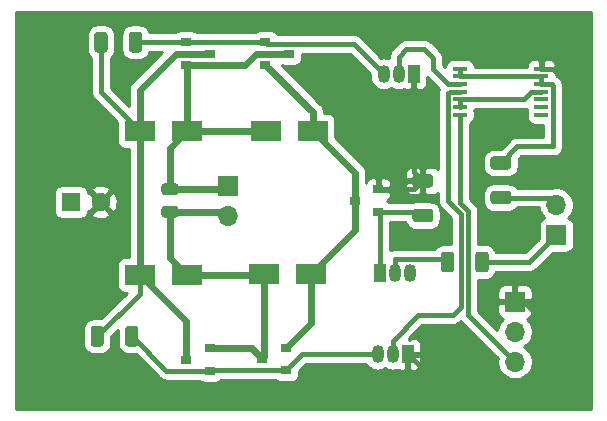
<source format=gbr>
%TF.GenerationSoftware,KiCad,Pcbnew,5.1.7-a382d34a8~87~ubuntu20.04.1*%
%TF.CreationDate,2020-10-25T18:28:44+01:00*%
%TF.ProjectId,H_Bridge,485f4272-6964-4676-952e-6b696361645f,rev?*%
%TF.SameCoordinates,Original*%
%TF.FileFunction,Copper,L1,Top*%
%TF.FilePolarity,Positive*%
%FSLAX46Y46*%
G04 Gerber Fmt 4.6, Leading zero omitted, Abs format (unit mm)*
G04 Created by KiCad (PCBNEW 5.1.7-a382d34a8~87~ubuntu20.04.1) date 2020-10-25 18:28:44*
%MOMM*%
%LPD*%
G01*
G04 APERTURE LIST*
%TA.AperFunction,ComponentPad*%
%ADD10O,1.700000X1.700000*%
%TD*%
%TA.AperFunction,ComponentPad*%
%ADD11R,1.700000X1.700000*%
%TD*%
%TA.AperFunction,ComponentPad*%
%ADD12C,1.600000*%
%TD*%
%TA.AperFunction,ComponentPad*%
%ADD13R,1.600000X1.600000*%
%TD*%
%TA.AperFunction,SMDPad,CuDef*%
%ADD14R,1.200000X0.400000*%
%TD*%
%TA.AperFunction,ComponentPad*%
%ADD15R,1.050000X1.500000*%
%TD*%
%TA.AperFunction,ComponentPad*%
%ADD16O,1.050000X1.500000*%
%TD*%
%TA.AperFunction,SMDPad,CuDef*%
%ADD17R,0.900000X0.800000*%
%TD*%
%TA.AperFunction,SMDPad,CuDef*%
%ADD18R,2.500000X1.800000*%
%TD*%
%TA.AperFunction,Conductor*%
%ADD19C,0.400000*%
%TD*%
%TA.AperFunction,Conductor*%
%ADD20C,0.600000*%
%TD*%
%TA.AperFunction,Conductor*%
%ADD21C,0.250000*%
%TD*%
%TA.AperFunction,Conductor*%
%ADD22C,0.254000*%
%TD*%
%TA.AperFunction,Conductor*%
%ADD23C,0.100000*%
%TD*%
G04 APERTURE END LIST*
D10*
%TO.P,J2,2*%
%TO.N,Dir*%
X176403000Y-97028000D03*
D11*
%TO.P,J2,1*%
%TO.N,En*%
X176403000Y-99568000D03*
%TD*%
D10*
%TO.P,J4,3*%
%TO.N,+5V*%
X172910500Y-110299500D03*
%TO.P,J4,2*%
%TO.N,+12V*%
X172910500Y-107759500D03*
D11*
%TO.P,J4,1*%
%TO.N,GND*%
X172910500Y-105219500D03*
%TD*%
D10*
%TO.P,J1,2*%
%TO.N,Net-(C2-Pad1)*%
X148590000Y-97917000D03*
D11*
%TO.P,J1,1*%
%TO.N,Net-(C2-Pad2)*%
X148590000Y-95377000D03*
%TD*%
%TO.P,C2,2*%
%TO.N,Net-(C2-Pad2)*%
%TA.AperFunction,SMDPad,CuDef*%
G36*
G01*
X144175500Y-96199500D02*
X143225500Y-96199500D01*
G75*
G02*
X142975500Y-95949500I0J250000D01*
G01*
X142975500Y-95449500D01*
G75*
G02*
X143225500Y-95199500I250000J0D01*
G01*
X144175500Y-95199500D01*
G75*
G02*
X144425500Y-95449500I0J-250000D01*
G01*
X144425500Y-95949500D01*
G75*
G02*
X144175500Y-96199500I-250000J0D01*
G01*
G37*
%TD.AperFunction*%
%TO.P,C2,1*%
%TO.N,Net-(C2-Pad1)*%
%TA.AperFunction,SMDPad,CuDef*%
G36*
G01*
X144175500Y-98099500D02*
X143225500Y-98099500D01*
G75*
G02*
X142975500Y-97849500I0J250000D01*
G01*
X142975500Y-97349500D01*
G75*
G02*
X143225500Y-97099500I250000J0D01*
G01*
X144175500Y-97099500D01*
G75*
G02*
X144425500Y-97349500I0J-250000D01*
G01*
X144425500Y-97849500D01*
G75*
G02*
X144175500Y-98099500I-250000J0D01*
G01*
G37*
%TD.AperFunction*%
%TD*%
D12*
%TO.P,C1,2*%
%TO.N,GND*%
X137818500Y-96774000D03*
D13*
%TO.P,C1,1*%
%TO.N,+12V*%
X135318500Y-96774000D03*
%TD*%
%TO.P,R5,2*%
%TO.N,Net-(J3-Pad5)*%
%TA.AperFunction,SMDPad,CuDef*%
G36*
G01*
X172329001Y-94032500D02*
X171078999Y-94032500D01*
G75*
G02*
X170829000Y-93782501I0J249999D01*
G01*
X170829000Y-93157499D01*
G75*
G02*
X171078999Y-92907500I249999J0D01*
G01*
X172329001Y-92907500D01*
G75*
G02*
X172579000Y-93157499I0J-249999D01*
G01*
X172579000Y-93782501D01*
G75*
G02*
X172329001Y-94032500I-249999J0D01*
G01*
G37*
%TD.AperFunction*%
%TO.P,R5,1*%
%TO.N,Dir*%
%TA.AperFunction,SMDPad,CuDef*%
G36*
G01*
X172329001Y-96957500D02*
X171078999Y-96957500D01*
G75*
G02*
X170829000Y-96707501I0J249999D01*
G01*
X170829000Y-96082499D01*
G75*
G02*
X171078999Y-95832500I249999J0D01*
G01*
X172329001Y-95832500D01*
G75*
G02*
X172579000Y-96082499I0J-249999D01*
G01*
X172579000Y-96707501D01*
G75*
G02*
X172329001Y-96957500I-249999J0D01*
G01*
G37*
%TD.AperFunction*%
%TD*%
D14*
%TO.P,J3,14*%
%TO.N,+5V*%
X168254000Y-89389500D03*
%TO.P,J3,13*%
%TO.N,Net-(J3-Pad12)*%
X168254000Y-88739500D03*
%TO.P,J3,12*%
X168254000Y-88089500D03*
%TO.P,J3,11*%
%TO.N,Gate2*%
X168254000Y-87439500D03*
%TO.P,J3,10*%
%TO.N,Gate1*%
X168254000Y-86789500D03*
%TO.P,J3,9*%
%TO.N,Net-(J3-Pad5)*%
X168254000Y-86139500D03*
%TO.P,J3,8*%
X168254000Y-85489500D03*
%TO.P,J3,7*%
%TO.N,GND*%
X175154000Y-85489500D03*
%TO.P,J3,6*%
%TO.N,Net-(J3-Pad5)*%
X175154000Y-86139500D03*
%TO.P,J3,5*%
X175154000Y-86789500D03*
%TO.P,J3,4*%
%TO.N,Net-(J3-Pad12)*%
X175154000Y-87439500D03*
%TO.P,J3,3*%
%TO.N,Net-(J3-Pad3)*%
X175154000Y-88089500D03*
%TO.P,J3,2*%
%TO.N,Net-(J3-Pad2)*%
X175154000Y-88739500D03*
%TO.P,J3,1*%
%TO.N,Net-(J3-Pad1)*%
X175154000Y-89389500D03*
%TD*%
%TO.P,R4,2*%
%TO.N,GND*%
%TA.AperFunction,SMDPad,CuDef*%
G36*
G01*
X165725001Y-95556500D02*
X164474999Y-95556500D01*
G75*
G02*
X164225000Y-95306501I0J249999D01*
G01*
X164225000Y-94681499D01*
G75*
G02*
X164474999Y-94431500I249999J0D01*
G01*
X165725001Y-94431500D01*
G75*
G02*
X165975000Y-94681499I0J-249999D01*
G01*
X165975000Y-95306501D01*
G75*
G02*
X165725001Y-95556500I-249999J0D01*
G01*
G37*
%TD.AperFunction*%
%TO.P,R4,1*%
%TO.N,Net-(Q5-Pad1)*%
%TA.AperFunction,SMDPad,CuDef*%
G36*
G01*
X165725001Y-98481500D02*
X164474999Y-98481500D01*
G75*
G02*
X164225000Y-98231501I0J249999D01*
G01*
X164225000Y-97606499D01*
G75*
G02*
X164474999Y-97356500I249999J0D01*
G01*
X165725001Y-97356500D01*
G75*
G02*
X165975000Y-97606499I0J-249999D01*
G01*
X165975000Y-98231501D01*
G75*
G02*
X165725001Y-98481500I-249999J0D01*
G01*
G37*
%TD.AperFunction*%
%TD*%
%TO.P,R3,2*%
%TO.N,Net-(Q8-Pad2)*%
%TA.AperFunction,SMDPad,CuDef*%
G36*
G01*
X167758000Y-101228999D02*
X167758000Y-102479001D01*
G75*
G02*
X167508001Y-102729000I-249999J0D01*
G01*
X166882999Y-102729000D01*
G75*
G02*
X166633000Y-102479001I0J249999D01*
G01*
X166633000Y-101228999D01*
G75*
G02*
X166882999Y-100979000I249999J0D01*
G01*
X167508001Y-100979000D01*
G75*
G02*
X167758000Y-101228999I0J-249999D01*
G01*
G37*
%TD.AperFunction*%
%TO.P,R3,1*%
%TO.N,En*%
%TA.AperFunction,SMDPad,CuDef*%
G36*
G01*
X170683000Y-101228999D02*
X170683000Y-102479001D01*
G75*
G02*
X170433001Y-102729000I-249999J0D01*
G01*
X169807999Y-102729000D01*
G75*
G02*
X169558000Y-102479001I0J249999D01*
G01*
X169558000Y-101228999D01*
G75*
G02*
X169807999Y-100979000I249999J0D01*
G01*
X170433001Y-100979000D01*
G75*
G02*
X170683000Y-101228999I0J-249999D01*
G01*
G37*
%TD.AperFunction*%
%TD*%
%TO.P,R2,2*%
%TO.N,Net-(Q3-Pad1)*%
%TA.AperFunction,SMDPad,CuDef*%
G36*
G01*
X139901500Y-108765501D02*
X139901500Y-107515499D01*
G75*
G02*
X140151499Y-107265500I249999J0D01*
G01*
X140776501Y-107265500D01*
G75*
G02*
X141026500Y-107515499I0J-249999D01*
G01*
X141026500Y-108765501D01*
G75*
G02*
X140776501Y-109015500I-249999J0D01*
G01*
X140151499Y-109015500D01*
G75*
G02*
X139901500Y-108765501I0J249999D01*
G01*
G37*
%TD.AperFunction*%
%TO.P,R2,1*%
%TO.N,+12V*%
%TA.AperFunction,SMDPad,CuDef*%
G36*
G01*
X136976500Y-108765501D02*
X136976500Y-107515499D01*
G75*
G02*
X137226499Y-107265500I249999J0D01*
G01*
X137851501Y-107265500D01*
G75*
G02*
X138101500Y-107515499I0J-249999D01*
G01*
X138101500Y-108765501D01*
G75*
G02*
X137851501Y-109015500I-249999J0D01*
G01*
X137226499Y-109015500D01*
G75*
G02*
X136976500Y-108765501I0J249999D01*
G01*
G37*
%TD.AperFunction*%
%TD*%
%TO.P,R1,2*%
%TO.N,Net-(Q1-Pad1)*%
%TA.AperFunction,SMDPad,CuDef*%
G36*
G01*
X140219000Y-83873501D02*
X140219000Y-82623499D01*
G75*
G02*
X140468999Y-82373500I249999J0D01*
G01*
X141094001Y-82373500D01*
G75*
G02*
X141344000Y-82623499I0J-249999D01*
G01*
X141344000Y-83873501D01*
G75*
G02*
X141094001Y-84123500I-249999J0D01*
G01*
X140468999Y-84123500D01*
G75*
G02*
X140219000Y-83873501I0J249999D01*
G01*
G37*
%TD.AperFunction*%
%TO.P,R1,1*%
%TO.N,+12V*%
%TA.AperFunction,SMDPad,CuDef*%
G36*
G01*
X137294000Y-83873501D02*
X137294000Y-82623499D01*
G75*
G02*
X137543999Y-82373500I249999J0D01*
G01*
X138169001Y-82373500D01*
G75*
G02*
X138419000Y-82623499I0J-249999D01*
G01*
X138419000Y-83873501D01*
G75*
G02*
X138169001Y-84123500I-249999J0D01*
G01*
X137543999Y-84123500D01*
G75*
G02*
X137294000Y-83873501I0J249999D01*
G01*
G37*
%TD.AperFunction*%
%TD*%
D15*
%TO.P,Q8,1*%
%TO.N,Net-(Q5-Pad1)*%
X161480500Y-102743000D03*
D16*
%TO.P,Q8,3*%
%TO.N,+12V*%
X164020500Y-102743000D03*
%TO.P,Q8,2*%
%TO.N,Net-(Q8-Pad2)*%
X162750500Y-102743000D03*
%TD*%
D15*
%TO.P,Q7,1*%
%TO.N,GND*%
X163830000Y-109664500D03*
D16*
%TO.P,Q7,3*%
%TO.N,Net-(Q3-Pad1)*%
X161290000Y-109664500D03*
%TO.P,Q7,2*%
%TO.N,Gate2*%
X162560000Y-109664500D03*
%TD*%
D15*
%TO.P,Q6,1*%
%TO.N,GND*%
X164338000Y-85915500D03*
D16*
%TO.P,Q6,3*%
%TO.N,Net-(Q1-Pad1)*%
X161798000Y-85915500D03*
%TO.P,Q6,2*%
%TO.N,Gate1*%
X163068000Y-85915500D03*
%TD*%
D17*
%TO.P,Q5,3*%
%TO.N,Net-(D2-Pad2)*%
X159337500Y-96647000D03*
%TO.P,Q5,2*%
%TO.N,GND*%
X161337500Y-95697000D03*
%TO.P,Q5,1*%
%TO.N,Net-(Q5-Pad1)*%
X161337500Y-97597000D03*
%TD*%
%TO.P,Q4,3*%
%TO.N,Net-(C2-Pad1)*%
X151527000Y-110045500D03*
%TO.P,Q4,2*%
%TO.N,Net-(D2-Pad2)*%
X153527000Y-109095500D03*
%TO.P,Q4,1*%
%TO.N,Net-(Q3-Pad1)*%
X153527000Y-110995500D03*
%TD*%
%TO.P,Q3,3*%
%TO.N,+12V*%
X145066000Y-110111500D03*
%TO.P,Q3,2*%
%TO.N,Net-(C2-Pad1)*%
X147066000Y-109161500D03*
%TO.P,Q3,1*%
%TO.N,Net-(Q3-Pad1)*%
X147066000Y-111061500D03*
%TD*%
%TO.P,Q2,3*%
%TO.N,Net-(C2-Pad2)*%
X153781000Y-84201000D03*
%TO.P,Q2,2*%
%TO.N,Net-(D2-Pad2)*%
X151781000Y-85151000D03*
%TO.P,Q2,1*%
%TO.N,Net-(Q1-Pad1)*%
X151781000Y-83251000D03*
%TD*%
%TO.P,Q1,3*%
%TO.N,+12V*%
X147050000Y-84201000D03*
%TO.P,Q1,2*%
%TO.N,Net-(C2-Pad2)*%
X145050000Y-85151000D03*
%TO.P,Q1,1*%
%TO.N,Net-(Q1-Pad1)*%
X145050000Y-83251000D03*
%TD*%
D18*
%TO.P,D4,2*%
%TO.N,Net-(D2-Pad2)*%
X155638500Y-102870000D03*
%TO.P,D4,1*%
%TO.N,Net-(C2-Pad1)*%
X151638500Y-102870000D03*
%TD*%
%TO.P,D3,2*%
%TO.N,Net-(C2-Pad1)*%
X145129000Y-102933500D03*
%TO.P,D3,1*%
%TO.N,+12V*%
X141129000Y-102933500D03*
%TD*%
%TO.P,D2,2*%
%TO.N,Net-(D2-Pad2)*%
X155797000Y-90741500D03*
%TO.P,D2,1*%
%TO.N,Net-(C2-Pad2)*%
X151797000Y-90741500D03*
%TD*%
%TO.P,D1,2*%
%TO.N,Net-(C2-Pad2)*%
X145129000Y-90741500D03*
%TO.P,D1,1*%
%TO.N,+12V*%
X141129000Y-90741500D03*
%TD*%
D19*
%TO.N,GND*%
X164397000Y-95697000D02*
X165100000Y-94994000D01*
X161337500Y-95697000D02*
X164397000Y-95697000D01*
X164338000Y-94232000D02*
X165100000Y-94994000D01*
X164338000Y-85915500D02*
X164338000Y-94232000D01*
X172910500Y-105219500D02*
X173672500Y-105219500D01*
X173672500Y-105219500D02*
X175577500Y-107124500D01*
X175577500Y-109482502D02*
X175641000Y-109546002D01*
X175577500Y-107124500D02*
X175577500Y-109482502D01*
X175641000Y-109546002D02*
X175641000Y-110617000D01*
X175641000Y-110617000D02*
X173545500Y-112712500D01*
X166878000Y-112712500D02*
X163830000Y-109664500D01*
X173545500Y-112712500D02*
X166878000Y-112712500D01*
X178435000Y-104267000D02*
X175577500Y-107124500D01*
X178435000Y-87770500D02*
X178435000Y-104267000D01*
X176154000Y-85489500D02*
X178435000Y-87770500D01*
X175154000Y-85489500D02*
X176154000Y-85489500D01*
%TO.N,+12V*%
X141129000Y-104550500D02*
X137539000Y-108140500D01*
X141129000Y-102933500D02*
X141129000Y-104550500D01*
X137856500Y-87469000D02*
X141129000Y-90741500D01*
X137856500Y-83248500D02*
X137856500Y-87469000D01*
D20*
X141129000Y-90741500D02*
X141129000Y-102933500D01*
X141129000Y-102933500D02*
X142986250Y-104790750D01*
D19*
X145066000Y-106870500D02*
X142986250Y-104790750D01*
D20*
X145066000Y-106870500D02*
X141129000Y-102933500D01*
X145066000Y-110111500D02*
X145066000Y-106870500D01*
X141129000Y-87321998D02*
X141129000Y-90741500D01*
X144249998Y-84201000D02*
X141129000Y-87321998D01*
X147050000Y-84201000D02*
X144249998Y-84201000D01*
D19*
%TO.N,Net-(C2-Pad2)*%
X145113500Y-90726000D02*
X145129000Y-90741500D01*
X145097500Y-90773000D02*
X145129000Y-90741500D01*
D20*
X143700500Y-92170000D02*
X145129000Y-90741500D01*
X143700500Y-95699500D02*
X143700500Y-92170000D01*
X148267500Y-95699500D02*
X148590000Y-95377000D01*
X143700500Y-95699500D02*
X148267500Y-95699500D01*
X145129000Y-90741500D02*
X151797000Y-90741500D01*
X145129000Y-85230000D02*
X145050000Y-85151000D01*
X145129000Y-90741500D02*
X145129000Y-85230000D01*
X150980998Y-84201000D02*
X153781000Y-84201000D01*
X150030998Y-85151000D02*
X150980998Y-84201000D01*
X145050000Y-85151000D02*
X150030998Y-85151000D01*
%TO.N,Net-(C2-Pad1)*%
X148272500Y-97599500D02*
X148590000Y-97917000D01*
X143700500Y-97599500D02*
X148272500Y-97599500D01*
X143700500Y-101505000D02*
X145129000Y-102933500D01*
X143700500Y-97599500D02*
X143700500Y-101505000D01*
X151575000Y-102933500D02*
X151638500Y-102870000D01*
X145129000Y-102933500D02*
X151575000Y-102933500D01*
X151638500Y-109934000D02*
X151527000Y-110045500D01*
X151638500Y-102870000D02*
X151638500Y-109934000D01*
X150643000Y-109161500D02*
X151527000Y-110045500D01*
X147066000Y-109161500D02*
X150643000Y-109161500D01*
%TO.N,Net-(D2-Pad2)*%
X155797000Y-89167000D02*
X151781000Y-85151000D01*
X155797000Y-90741500D02*
X155797000Y-89167000D01*
X155638500Y-106984000D02*
X153527000Y-109095500D01*
X155638500Y-102870000D02*
X155638500Y-106984000D01*
X159337500Y-94282000D02*
X155797000Y-90741500D01*
X159337500Y-96647000D02*
X159337500Y-94282000D01*
X159337500Y-99171000D02*
X155638500Y-102870000D01*
X159337500Y-96647000D02*
X159337500Y-99171000D01*
X155797000Y-102711500D02*
X155638500Y-102870000D01*
D19*
%TO.N,Dir*%
X175770000Y-96395000D02*
X176403000Y-97028000D01*
X171704000Y-96395000D02*
X175770000Y-96395000D01*
%TO.N,En*%
X174117000Y-101854000D02*
X176403000Y-99568000D01*
X170309000Y-101854000D02*
X174117000Y-101854000D01*
D21*
%TO.N,Net-(Q1-Pad1)*%
X145619000Y-83248500D02*
X145621500Y-83251000D01*
D19*
X145791000Y-83248500D02*
X145796000Y-83253500D01*
X151781000Y-83251000D02*
X145050000Y-83251000D01*
X140784000Y-83251000D02*
X140781500Y-83248500D01*
X145050000Y-83251000D02*
X140784000Y-83251000D01*
X151930999Y-83400999D02*
X151781000Y-83251000D01*
X159283499Y-83400999D02*
X151930999Y-83400999D01*
X161798000Y-85915500D02*
X159283499Y-83400999D01*
%TO.N,Net-(Q3-Pad1)*%
X147132000Y-110995500D02*
X147066000Y-111061500D01*
X153527000Y-110995500D02*
X147132000Y-110995500D01*
X143385000Y-111061500D02*
X140464000Y-108140500D01*
X147066000Y-111061500D02*
X143385000Y-111061500D01*
X154858000Y-109664500D02*
X153527000Y-110995500D01*
X161290000Y-109664500D02*
X154858000Y-109664500D01*
%TO.N,Net-(Q5-Pad1)*%
X161480500Y-97740000D02*
X161337500Y-97597000D01*
X161480500Y-102743000D02*
X161480500Y-97740000D01*
X164778000Y-97597000D02*
X165100000Y-97919000D01*
X161337500Y-97597000D02*
X164778000Y-97597000D01*
%TO.N,Gate1*%
X167254000Y-86789500D02*
X165989000Y-85524500D01*
X168254000Y-86789500D02*
X167254000Y-86789500D01*
X165989000Y-85524500D02*
X165989000Y-84582000D01*
X165989000Y-84582000D02*
X165227000Y-83820000D01*
X165227000Y-83820000D02*
X163703000Y-83820000D01*
X163068000Y-84455000D02*
X163068000Y-85915500D01*
X163703000Y-83820000D02*
X163068000Y-84455000D01*
%TO.N,Gate2*%
X167253999Y-87569499D02*
X167383998Y-87439500D01*
X167383998Y-87439500D02*
X168254000Y-87439500D01*
X167253999Y-96705499D02*
X167253999Y-87569499D01*
X164712000Y-106362500D02*
X167640000Y-106362500D01*
X162560000Y-108514500D02*
X164712000Y-106362500D01*
X162560000Y-109664500D02*
X162560000Y-108514500D01*
X168346510Y-97798010D02*
X167253999Y-96705499D01*
X168346510Y-105655990D02*
X168346510Y-97798010D01*
X167640000Y-106362500D02*
X168346510Y-105655990D01*
%TO.N,Net-(Q8-Pad2)*%
X167322500Y-101915500D02*
X167384000Y-101854000D01*
X162750510Y-101592990D02*
X166932490Y-101592990D01*
X162750500Y-101593000D02*
X162750510Y-101592990D01*
X162750500Y-102743000D02*
X162750500Y-101593000D01*
%TO.N,+5V*%
X168973500Y-97576458D02*
X168973500Y-106362500D01*
X168973500Y-106362500D02*
X171132500Y-108521500D01*
X168254000Y-96856958D02*
X168973500Y-97576458D01*
X171132500Y-108521500D02*
X172910500Y-110299500D01*
X168254000Y-89389500D02*
X168254000Y-96856958D01*
%TO.N,Net-(J3-Pad12)*%
X168254000Y-88089500D02*
X168254000Y-88739500D01*
X174283998Y-87439500D02*
X175154000Y-87439500D01*
X173633998Y-88089500D02*
X174283998Y-87439500D01*
X168254000Y-88089500D02*
X173633998Y-88089500D01*
%TO.N,Net-(J3-Pad5)*%
X168254000Y-85489500D02*
X168254000Y-86139500D01*
X168254000Y-86139500D02*
X175154000Y-86139500D01*
X175154000Y-86139500D02*
X175154000Y-86789500D01*
X176154001Y-86919499D02*
X176154001Y-92071999D01*
X176024002Y-86789500D02*
X176154001Y-86919499D01*
X175154000Y-86789500D02*
X176024002Y-86789500D01*
X173102001Y-92071999D02*
X171704000Y-93470000D01*
X176154001Y-92071999D02*
X173102001Y-92071999D01*
%TD*%
D22*
%TO.N,GND*%
X179340001Y-114340000D02*
X130660000Y-114340000D01*
X130660000Y-107515499D01*
X136338428Y-107515499D01*
X136338428Y-108765501D01*
X136355492Y-108938755D01*
X136406028Y-109105351D01*
X136488095Y-109258887D01*
X136598538Y-109393462D01*
X136733113Y-109503905D01*
X136886649Y-109585972D01*
X137053245Y-109636508D01*
X137226499Y-109653572D01*
X137851501Y-109653572D01*
X138024755Y-109636508D01*
X138191351Y-109585972D01*
X138344887Y-109503905D01*
X138479462Y-109393462D01*
X138589905Y-109258887D01*
X138671972Y-109105351D01*
X138722508Y-108938755D01*
X138739572Y-108765501D01*
X138739572Y-108120795D01*
X139263428Y-107596940D01*
X139263428Y-108765501D01*
X139280492Y-108938755D01*
X139331028Y-109105351D01*
X139413095Y-109258887D01*
X139523538Y-109393462D01*
X139658113Y-109503905D01*
X139811649Y-109585972D01*
X139978245Y-109636508D01*
X140151499Y-109653572D01*
X140776501Y-109653572D01*
X140794438Y-109651805D01*
X142765563Y-111622932D01*
X142791709Y-111654791D01*
X142823568Y-111680937D01*
X142823570Y-111680939D01*
X142918854Y-111759136D01*
X143063913Y-111836672D01*
X143221311Y-111884418D01*
X143385000Y-111900540D01*
X143426018Y-111896500D01*
X146151532Y-111896500D01*
X146164815Y-111912685D01*
X146261506Y-111992037D01*
X146371820Y-112051002D01*
X146491518Y-112087312D01*
X146616000Y-112099572D01*
X147516000Y-112099572D01*
X147640482Y-112087312D01*
X147760180Y-112051002D01*
X147870494Y-111992037D01*
X147967185Y-111912685D01*
X148034632Y-111830500D01*
X152612532Y-111830500D01*
X152625815Y-111846685D01*
X152722506Y-111926037D01*
X152832820Y-111985002D01*
X152952518Y-112021312D01*
X153077000Y-112033572D01*
X153977000Y-112033572D01*
X154101482Y-112021312D01*
X154221180Y-111985002D01*
X154331494Y-111926037D01*
X154428185Y-111846685D01*
X154507537Y-111749994D01*
X154566502Y-111639680D01*
X154602812Y-111519982D01*
X154615072Y-111395500D01*
X154615072Y-111088295D01*
X155203868Y-110499500D01*
X160300743Y-110499500D01*
X160320829Y-110537078D01*
X160465788Y-110713712D01*
X160642421Y-110858671D01*
X160843940Y-110966385D01*
X161062600Y-111032715D01*
X161290000Y-111055112D01*
X161517399Y-111032715D01*
X161736059Y-110966385D01*
X161925000Y-110865394D01*
X162113940Y-110966385D01*
X162332600Y-111032715D01*
X162560000Y-111055112D01*
X162787399Y-111032715D01*
X162996098Y-110969407D01*
X163060820Y-111004002D01*
X163180518Y-111040312D01*
X163305000Y-111052572D01*
X163544250Y-111049500D01*
X163703000Y-110890750D01*
X163703000Y-110117609D01*
X163703215Y-110116900D01*
X163720000Y-109946479D01*
X163720000Y-109791500D01*
X163957000Y-109791500D01*
X163957000Y-110890750D01*
X164115750Y-111049500D01*
X164355000Y-111052572D01*
X164479482Y-111040312D01*
X164599180Y-111004002D01*
X164709494Y-110945037D01*
X164806185Y-110865685D01*
X164885537Y-110768994D01*
X164944502Y-110658680D01*
X164980812Y-110538982D01*
X164993072Y-110414500D01*
X164990000Y-109950250D01*
X164831250Y-109791500D01*
X163957000Y-109791500D01*
X163720000Y-109791500D01*
X163720000Y-109517500D01*
X163957000Y-109517500D01*
X163957000Y-109537500D01*
X164831250Y-109537500D01*
X164990000Y-109378750D01*
X164993072Y-108914500D01*
X164980812Y-108790018D01*
X164944502Y-108670320D01*
X164885537Y-108560006D01*
X164806185Y-108463315D01*
X164709494Y-108383963D01*
X164599180Y-108324998D01*
X164479482Y-108288688D01*
X164355000Y-108276428D01*
X164115750Y-108279500D01*
X163957002Y-108438248D01*
X163957002Y-108298366D01*
X165057869Y-107197500D01*
X167598982Y-107197500D01*
X167640000Y-107201540D01*
X167681018Y-107197500D01*
X167681019Y-107197500D01*
X167803689Y-107185418D01*
X167961087Y-107137672D01*
X168106146Y-107060136D01*
X168233291Y-106955791D01*
X168259446Y-106923922D01*
X168311410Y-106871957D01*
X168380210Y-106955791D01*
X168412074Y-106981941D01*
X170571070Y-109140938D01*
X170571075Y-109140942D01*
X171451693Y-110021561D01*
X171425500Y-110153240D01*
X171425500Y-110445760D01*
X171482568Y-110732658D01*
X171594510Y-111002911D01*
X171757025Y-111246132D01*
X171963868Y-111452975D01*
X172207089Y-111615490D01*
X172477342Y-111727432D01*
X172764240Y-111784500D01*
X173056760Y-111784500D01*
X173343658Y-111727432D01*
X173613911Y-111615490D01*
X173857132Y-111452975D01*
X174063975Y-111246132D01*
X174226490Y-111002911D01*
X174338432Y-110732658D01*
X174395500Y-110445760D01*
X174395500Y-110153240D01*
X174338432Y-109866342D01*
X174226490Y-109596089D01*
X174063975Y-109352868D01*
X173857132Y-109146025D01*
X173682740Y-109029500D01*
X173857132Y-108912975D01*
X174063975Y-108706132D01*
X174226490Y-108462911D01*
X174338432Y-108192658D01*
X174395500Y-107905760D01*
X174395500Y-107613240D01*
X174338432Y-107326342D01*
X174226490Y-107056089D01*
X174063975Y-106812868D01*
X173932120Y-106681013D01*
X174004680Y-106659002D01*
X174114994Y-106600037D01*
X174211685Y-106520685D01*
X174291037Y-106423994D01*
X174350002Y-106313680D01*
X174386312Y-106193982D01*
X174398572Y-106069500D01*
X174395500Y-105505250D01*
X174236750Y-105346500D01*
X173037500Y-105346500D01*
X173037500Y-105366500D01*
X172783500Y-105366500D01*
X172783500Y-105346500D01*
X171584250Y-105346500D01*
X171425500Y-105505250D01*
X171422428Y-106069500D01*
X171434688Y-106193982D01*
X171470998Y-106313680D01*
X171529963Y-106423994D01*
X171609315Y-106520685D01*
X171706006Y-106600037D01*
X171816320Y-106659002D01*
X171888880Y-106681013D01*
X171757025Y-106812868D01*
X171594510Y-107056089D01*
X171482568Y-107326342D01*
X171425500Y-107613240D01*
X171425500Y-107633632D01*
X169808500Y-106016633D01*
X169808500Y-104369500D01*
X171422428Y-104369500D01*
X171425500Y-104933750D01*
X171584250Y-105092500D01*
X172783500Y-105092500D01*
X172783500Y-103893250D01*
X173037500Y-103893250D01*
X173037500Y-105092500D01*
X174236750Y-105092500D01*
X174395500Y-104933750D01*
X174398572Y-104369500D01*
X174386312Y-104245018D01*
X174350002Y-104125320D01*
X174291037Y-104015006D01*
X174211685Y-103918315D01*
X174114994Y-103838963D01*
X174004680Y-103779998D01*
X173884982Y-103743688D01*
X173760500Y-103731428D01*
X173196250Y-103734500D01*
X173037500Y-103893250D01*
X172783500Y-103893250D01*
X172624750Y-103734500D01*
X172060500Y-103731428D01*
X171936018Y-103743688D01*
X171816320Y-103779998D01*
X171706006Y-103838963D01*
X171609315Y-103918315D01*
X171529963Y-104015006D01*
X171470998Y-104125320D01*
X171434688Y-104245018D01*
X171422428Y-104369500D01*
X169808500Y-104369500D01*
X169808500Y-103367072D01*
X170433001Y-103367072D01*
X170606255Y-103350008D01*
X170772851Y-103299472D01*
X170926387Y-103217405D01*
X171060962Y-103106962D01*
X171171405Y-102972387D01*
X171253472Y-102818851D01*
X171292862Y-102689000D01*
X174075982Y-102689000D01*
X174117000Y-102693040D01*
X174158018Y-102689000D01*
X174158019Y-102689000D01*
X174280689Y-102676918D01*
X174438087Y-102629172D01*
X174583146Y-102551636D01*
X174710291Y-102447291D01*
X174736446Y-102415421D01*
X176095796Y-101056072D01*
X177253000Y-101056072D01*
X177377482Y-101043812D01*
X177497180Y-101007502D01*
X177607494Y-100948537D01*
X177704185Y-100869185D01*
X177783537Y-100772494D01*
X177842502Y-100662180D01*
X177878812Y-100542482D01*
X177891072Y-100418000D01*
X177891072Y-98718000D01*
X177878812Y-98593518D01*
X177842502Y-98473820D01*
X177783537Y-98363506D01*
X177704185Y-98266815D01*
X177607494Y-98187463D01*
X177497180Y-98128498D01*
X177424620Y-98106487D01*
X177556475Y-97974632D01*
X177718990Y-97731411D01*
X177830932Y-97461158D01*
X177888000Y-97174260D01*
X177888000Y-96881740D01*
X177830932Y-96594842D01*
X177718990Y-96324589D01*
X177556475Y-96081368D01*
X177349632Y-95874525D01*
X177106411Y-95712010D01*
X176836158Y-95600068D01*
X176549260Y-95543000D01*
X176256740Y-95543000D01*
X176003727Y-95593328D01*
X175933689Y-95572082D01*
X175811019Y-95560000D01*
X175811018Y-95560000D01*
X175770000Y-95555960D01*
X175728982Y-95560000D01*
X173043513Y-95560000D01*
X172956962Y-95454538D01*
X172822387Y-95344095D01*
X172668851Y-95262028D01*
X172502255Y-95211492D01*
X172329001Y-95194428D01*
X171078999Y-95194428D01*
X170905745Y-95211492D01*
X170739149Y-95262028D01*
X170585613Y-95344095D01*
X170451038Y-95454538D01*
X170340595Y-95589113D01*
X170258528Y-95742649D01*
X170207992Y-95909245D01*
X170190928Y-96082499D01*
X170190928Y-96707501D01*
X170207992Y-96880755D01*
X170258528Y-97047351D01*
X170340595Y-97200887D01*
X170451038Y-97335462D01*
X170585613Y-97445905D01*
X170739149Y-97527972D01*
X170905745Y-97578508D01*
X171078999Y-97595572D01*
X172329001Y-97595572D01*
X172502255Y-97578508D01*
X172668851Y-97527972D01*
X172822387Y-97445905D01*
X172956962Y-97335462D01*
X173043513Y-97230000D01*
X174929087Y-97230000D01*
X174975068Y-97461158D01*
X175087010Y-97731411D01*
X175249525Y-97974632D01*
X175381380Y-98106487D01*
X175308820Y-98128498D01*
X175198506Y-98187463D01*
X175101815Y-98266815D01*
X175022463Y-98363506D01*
X174963498Y-98473820D01*
X174927188Y-98593518D01*
X174914928Y-98718000D01*
X174914928Y-99875204D01*
X173771133Y-101019000D01*
X171292862Y-101019000D01*
X171253472Y-100889149D01*
X171171405Y-100735613D01*
X171060962Y-100601038D01*
X170926387Y-100490595D01*
X170772851Y-100408528D01*
X170606255Y-100357992D01*
X170433001Y-100340928D01*
X169808500Y-100340928D01*
X169808500Y-97617476D01*
X169812540Y-97576458D01*
X169807765Y-97527972D01*
X169796418Y-97412769D01*
X169748672Y-97255371D01*
X169671136Y-97110312D01*
X169640119Y-97072518D01*
X169592939Y-97015028D01*
X169592937Y-97015026D01*
X169566791Y-96983167D01*
X169534933Y-96957022D01*
X169089000Y-96511090D01*
X169089000Y-90181787D01*
X169098180Y-90179002D01*
X169208494Y-90120037D01*
X169305185Y-90040685D01*
X169384537Y-89943994D01*
X169443502Y-89833680D01*
X169479812Y-89713982D01*
X169492072Y-89589500D01*
X169492072Y-89189500D01*
X169479812Y-89065018D01*
X169479655Y-89064500D01*
X169479812Y-89063982D01*
X169492072Y-88939500D01*
X169492072Y-88924500D01*
X173592980Y-88924500D01*
X173633998Y-88928540D01*
X173675016Y-88924500D01*
X173675017Y-88924500D01*
X173797687Y-88912418D01*
X173915928Y-88876550D01*
X173915928Y-88939500D01*
X173928188Y-89063982D01*
X173928345Y-89064500D01*
X173928188Y-89065018D01*
X173915928Y-89189500D01*
X173915928Y-89589500D01*
X173928188Y-89713982D01*
X173964498Y-89833680D01*
X174023463Y-89943994D01*
X174102815Y-90040685D01*
X174199506Y-90120037D01*
X174309820Y-90179002D01*
X174429518Y-90215312D01*
X174554000Y-90227572D01*
X175319002Y-90227572D01*
X175319002Y-91236999D01*
X173143019Y-91236999D01*
X173102001Y-91232959D01*
X173060982Y-91236999D01*
X172938312Y-91249081D01*
X172780914Y-91296827D01*
X172635855Y-91374363D01*
X172508710Y-91478708D01*
X172482559Y-91510573D01*
X171723705Y-92269428D01*
X171078999Y-92269428D01*
X170905745Y-92286492D01*
X170739149Y-92337028D01*
X170585613Y-92419095D01*
X170451038Y-92529538D01*
X170340595Y-92664113D01*
X170258528Y-92817649D01*
X170207992Y-92984245D01*
X170190928Y-93157499D01*
X170190928Y-93782501D01*
X170207992Y-93955755D01*
X170258528Y-94122351D01*
X170340595Y-94275887D01*
X170451038Y-94410462D01*
X170585613Y-94520905D01*
X170739149Y-94602972D01*
X170905745Y-94653508D01*
X171078999Y-94670572D01*
X172329001Y-94670572D01*
X172502255Y-94653508D01*
X172668851Y-94602972D01*
X172822387Y-94520905D01*
X172956962Y-94410462D01*
X173067405Y-94275887D01*
X173149472Y-94122351D01*
X173200008Y-93955755D01*
X173217072Y-93782501D01*
X173217072Y-93157499D01*
X173215305Y-93139562D01*
X173447869Y-92906999D01*
X176112983Y-92906999D01*
X176154001Y-92911039D01*
X176317690Y-92894917D01*
X176475088Y-92847171D01*
X176620147Y-92769635D01*
X176747292Y-92665290D01*
X176851637Y-92538145D01*
X176929173Y-92393086D01*
X176976919Y-92235688D01*
X176989001Y-92113018D01*
X176993041Y-92071999D01*
X176989001Y-92030980D01*
X176989001Y-86960506D01*
X176993040Y-86919498D01*
X176989001Y-86878490D01*
X176989001Y-86878480D01*
X176976919Y-86755810D01*
X176929173Y-86598412D01*
X176851637Y-86453353D01*
X176747292Y-86326208D01*
X176715423Y-86300054D01*
X176643448Y-86228079D01*
X176617293Y-86196209D01*
X176490148Y-86091864D01*
X176392072Y-86039441D01*
X176392072Y-85939500D01*
X176379812Y-85815018D01*
X176378955Y-85812193D01*
X176389000Y-85721250D01*
X176321032Y-85653282D01*
X176284537Y-85585006D01*
X176205185Y-85488315D01*
X176117678Y-85416500D01*
X176230250Y-85416500D01*
X176389000Y-85257750D01*
X176377564Y-85154211D01*
X176339189Y-85035159D01*
X176278325Y-84925881D01*
X176197312Y-84830577D01*
X176099263Y-84752909D01*
X175987945Y-84695862D01*
X175867637Y-84661629D01*
X175742961Y-84651523D01*
X175439750Y-84654500D01*
X175281000Y-84813250D01*
X175281000Y-85301428D01*
X175163828Y-85301428D01*
X175154000Y-85300460D01*
X175144172Y-85301428D01*
X175027000Y-85301428D01*
X175027000Y-84813250D01*
X174868250Y-84654500D01*
X174565039Y-84651523D01*
X174440363Y-84661629D01*
X174320055Y-84695862D01*
X174208737Y-84752909D01*
X174110688Y-84830577D01*
X174029675Y-84925881D01*
X173968811Y-85035159D01*
X173930436Y-85154211D01*
X173919000Y-85257750D01*
X173965750Y-85304500D01*
X169492072Y-85304500D01*
X169492072Y-85289500D01*
X169479812Y-85165018D01*
X169443502Y-85045320D01*
X169384537Y-84935006D01*
X169305185Y-84838315D01*
X169208494Y-84758963D01*
X169098180Y-84699998D01*
X168978482Y-84663688D01*
X168854000Y-84651428D01*
X168263828Y-84651428D01*
X168254000Y-84650460D01*
X168244172Y-84651428D01*
X167654000Y-84651428D01*
X167529518Y-84663688D01*
X167409820Y-84699998D01*
X167299506Y-84758963D01*
X167202815Y-84838315D01*
X167123463Y-84935006D01*
X167064498Y-85045320D01*
X167028188Y-85165018D01*
X167015928Y-85289500D01*
X167015928Y-85370561D01*
X166824000Y-85178633D01*
X166824000Y-84623018D01*
X166828040Y-84582000D01*
X166820108Y-84501462D01*
X166811918Y-84418311D01*
X166764172Y-84260913D01*
X166686636Y-84115854D01*
X166582291Y-83988709D01*
X166550431Y-83962563D01*
X165846445Y-83258578D01*
X165820291Y-83226709D01*
X165693146Y-83122364D01*
X165548087Y-83044828D01*
X165390689Y-82997082D01*
X165268019Y-82985000D01*
X165268018Y-82985000D01*
X165227000Y-82980960D01*
X165185982Y-82985000D01*
X163744018Y-82985000D01*
X163703000Y-82980960D01*
X163661982Y-82985000D01*
X163661981Y-82985000D01*
X163539311Y-82997082D01*
X163381913Y-83044828D01*
X163236854Y-83122364D01*
X163172488Y-83175188D01*
X163109709Y-83226709D01*
X163083562Y-83258569D01*
X162506578Y-83835555D01*
X162474709Y-83861709D01*
X162403371Y-83948636D01*
X162370364Y-83988855D01*
X162292828Y-84133914D01*
X162245082Y-84291312D01*
X162228960Y-84455000D01*
X162233000Y-84496019D01*
X162233000Y-84610260D01*
X162025400Y-84547285D01*
X161798000Y-84524888D01*
X161607062Y-84543694D01*
X159902945Y-82839578D01*
X159876790Y-82807708D01*
X159749645Y-82703363D01*
X159604586Y-82625827D01*
X159447188Y-82578081D01*
X159324518Y-82565999D01*
X159324517Y-82565999D01*
X159283499Y-82561959D01*
X159242481Y-82565999D01*
X152798682Y-82565999D01*
X152761537Y-82496506D01*
X152682185Y-82399815D01*
X152585494Y-82320463D01*
X152475180Y-82261498D01*
X152355482Y-82225188D01*
X152231000Y-82212928D01*
X151331000Y-82212928D01*
X151206518Y-82225188D01*
X151086820Y-82261498D01*
X150976506Y-82320463D01*
X150879815Y-82399815D01*
X150866532Y-82416000D01*
X145964468Y-82416000D01*
X145951185Y-82399815D01*
X145854494Y-82320463D01*
X145744180Y-82261498D01*
X145624482Y-82225188D01*
X145500000Y-82212928D01*
X144600000Y-82212928D01*
X144475518Y-82225188D01*
X144355820Y-82261498D01*
X144245506Y-82320463D01*
X144148815Y-82399815D01*
X144135532Y-82416000D01*
X141954620Y-82416000D01*
X141914472Y-82283649D01*
X141832405Y-82130113D01*
X141721962Y-81995538D01*
X141587387Y-81885095D01*
X141433851Y-81803028D01*
X141267255Y-81752492D01*
X141094001Y-81735428D01*
X140468999Y-81735428D01*
X140295745Y-81752492D01*
X140129149Y-81803028D01*
X139975613Y-81885095D01*
X139841038Y-81995538D01*
X139730595Y-82130113D01*
X139648528Y-82283649D01*
X139597992Y-82450245D01*
X139580928Y-82623499D01*
X139580928Y-83873501D01*
X139597992Y-84046755D01*
X139648528Y-84213351D01*
X139730595Y-84366887D01*
X139841038Y-84501462D01*
X139975613Y-84611905D01*
X140129149Y-84693972D01*
X140295745Y-84744508D01*
X140468999Y-84761572D01*
X141094001Y-84761572D01*
X141267255Y-84744508D01*
X141433851Y-84693972D01*
X141587387Y-84611905D01*
X141721962Y-84501462D01*
X141832405Y-84366887D01*
X141914472Y-84213351D01*
X141953103Y-84086000D01*
X143042709Y-84086000D01*
X140500341Y-86628368D01*
X140464656Y-86657654D01*
X140347814Y-86800027D01*
X140260993Y-86962459D01*
X140218253Y-87103354D01*
X140207529Y-87138707D01*
X140189476Y-87321998D01*
X140194000Y-87367930D01*
X140194000Y-88625632D01*
X138691500Y-87123133D01*
X138691500Y-84588013D01*
X138796962Y-84501462D01*
X138907405Y-84366887D01*
X138989472Y-84213351D01*
X139040008Y-84046755D01*
X139057072Y-83873501D01*
X139057072Y-82623499D01*
X139040008Y-82450245D01*
X138989472Y-82283649D01*
X138907405Y-82130113D01*
X138796962Y-81995538D01*
X138662387Y-81885095D01*
X138508851Y-81803028D01*
X138342255Y-81752492D01*
X138169001Y-81735428D01*
X137543999Y-81735428D01*
X137370745Y-81752492D01*
X137204149Y-81803028D01*
X137050613Y-81885095D01*
X136916038Y-81995538D01*
X136805595Y-82130113D01*
X136723528Y-82283649D01*
X136672992Y-82450245D01*
X136655928Y-82623499D01*
X136655928Y-83873501D01*
X136672992Y-84046755D01*
X136723528Y-84213351D01*
X136805595Y-84366887D01*
X136916038Y-84501462D01*
X137021500Y-84588013D01*
X137021501Y-87427972D01*
X137017460Y-87469000D01*
X137033582Y-87632688D01*
X137081328Y-87790086D01*
X137158864Y-87935145D01*
X137158865Y-87935146D01*
X137263210Y-88062291D01*
X137295074Y-88088441D01*
X139240928Y-90034296D01*
X139240928Y-91641500D01*
X139253188Y-91765982D01*
X139289498Y-91885680D01*
X139348463Y-91995994D01*
X139427815Y-92092685D01*
X139524506Y-92172037D01*
X139634820Y-92231002D01*
X139754518Y-92267312D01*
X139879000Y-92279572D01*
X140194000Y-92279572D01*
X140194001Y-101395428D01*
X139879000Y-101395428D01*
X139754518Y-101407688D01*
X139634820Y-101443998D01*
X139524506Y-101502963D01*
X139427815Y-101582315D01*
X139348463Y-101679006D01*
X139289498Y-101789320D01*
X139253188Y-101909018D01*
X139240928Y-102033500D01*
X139240928Y-103833500D01*
X139253188Y-103957982D01*
X139289498Y-104077680D01*
X139348463Y-104187994D01*
X139427815Y-104284685D01*
X139524506Y-104364037D01*
X139634820Y-104423002D01*
X139754518Y-104459312D01*
X139879000Y-104471572D01*
X140027059Y-104471572D01*
X137869438Y-106629195D01*
X137851501Y-106627428D01*
X137226499Y-106627428D01*
X137053245Y-106644492D01*
X136886649Y-106695028D01*
X136733113Y-106777095D01*
X136598538Y-106887538D01*
X136488095Y-107022113D01*
X136406028Y-107175649D01*
X136355492Y-107342245D01*
X136338428Y-107515499D01*
X130660000Y-107515499D01*
X130660000Y-95974000D01*
X133880428Y-95974000D01*
X133880428Y-97574000D01*
X133892688Y-97698482D01*
X133928998Y-97818180D01*
X133987963Y-97928494D01*
X134067315Y-98025185D01*
X134164006Y-98104537D01*
X134274320Y-98163502D01*
X134394018Y-98199812D01*
X134518500Y-98212072D01*
X136118500Y-98212072D01*
X136242982Y-98199812D01*
X136362680Y-98163502D01*
X136472994Y-98104537D01*
X136569685Y-98025185D01*
X136649037Y-97928494D01*
X136708002Y-97818180D01*
X136723617Y-97766702D01*
X137005403Y-97766702D01*
X137076986Y-98010671D01*
X137332496Y-98131571D01*
X137606684Y-98200300D01*
X137889012Y-98214217D01*
X138168630Y-98172787D01*
X138434792Y-98077603D01*
X138560014Y-98010671D01*
X138631597Y-97766702D01*
X137818500Y-96953605D01*
X137005403Y-97766702D01*
X136723617Y-97766702D01*
X136744312Y-97698482D01*
X136756572Y-97574000D01*
X136756572Y-97566785D01*
X136825798Y-97587097D01*
X137638895Y-96774000D01*
X137998105Y-96774000D01*
X138811202Y-97587097D01*
X139055171Y-97515514D01*
X139176071Y-97260004D01*
X139244800Y-96985816D01*
X139258717Y-96703488D01*
X139217287Y-96423870D01*
X139122103Y-96157708D01*
X139055171Y-96032486D01*
X138811202Y-95960903D01*
X137998105Y-96774000D01*
X137638895Y-96774000D01*
X136825798Y-95960903D01*
X136756572Y-95981215D01*
X136756572Y-95974000D01*
X136744312Y-95849518D01*
X136723618Y-95781298D01*
X137005403Y-95781298D01*
X137818500Y-96594395D01*
X138631597Y-95781298D01*
X138560014Y-95537329D01*
X138304504Y-95416429D01*
X138030316Y-95347700D01*
X137747988Y-95333783D01*
X137468370Y-95375213D01*
X137202208Y-95470397D01*
X137076986Y-95537329D01*
X137005403Y-95781298D01*
X136723618Y-95781298D01*
X136708002Y-95729820D01*
X136649037Y-95619506D01*
X136569685Y-95522815D01*
X136472994Y-95443463D01*
X136362680Y-95384498D01*
X136242982Y-95348188D01*
X136118500Y-95335928D01*
X134518500Y-95335928D01*
X134394018Y-95348188D01*
X134274320Y-95384498D01*
X134164006Y-95443463D01*
X134067315Y-95522815D01*
X133987963Y-95619506D01*
X133928998Y-95729820D01*
X133892688Y-95849518D01*
X133880428Y-95974000D01*
X130660000Y-95974000D01*
X130660000Y-80660000D01*
X179340000Y-80660000D01*
X179340001Y-114340000D01*
%TA.AperFunction,Conductor*%
D23*
G36*
X179340001Y-114340000D02*
G01*
X130660000Y-114340000D01*
X130660000Y-107515499D01*
X136338428Y-107515499D01*
X136338428Y-108765501D01*
X136355492Y-108938755D01*
X136406028Y-109105351D01*
X136488095Y-109258887D01*
X136598538Y-109393462D01*
X136733113Y-109503905D01*
X136886649Y-109585972D01*
X137053245Y-109636508D01*
X137226499Y-109653572D01*
X137851501Y-109653572D01*
X138024755Y-109636508D01*
X138191351Y-109585972D01*
X138344887Y-109503905D01*
X138479462Y-109393462D01*
X138589905Y-109258887D01*
X138671972Y-109105351D01*
X138722508Y-108938755D01*
X138739572Y-108765501D01*
X138739572Y-108120795D01*
X139263428Y-107596940D01*
X139263428Y-108765501D01*
X139280492Y-108938755D01*
X139331028Y-109105351D01*
X139413095Y-109258887D01*
X139523538Y-109393462D01*
X139658113Y-109503905D01*
X139811649Y-109585972D01*
X139978245Y-109636508D01*
X140151499Y-109653572D01*
X140776501Y-109653572D01*
X140794438Y-109651805D01*
X142765563Y-111622932D01*
X142791709Y-111654791D01*
X142823568Y-111680937D01*
X142823570Y-111680939D01*
X142918854Y-111759136D01*
X143063913Y-111836672D01*
X143221311Y-111884418D01*
X143385000Y-111900540D01*
X143426018Y-111896500D01*
X146151532Y-111896500D01*
X146164815Y-111912685D01*
X146261506Y-111992037D01*
X146371820Y-112051002D01*
X146491518Y-112087312D01*
X146616000Y-112099572D01*
X147516000Y-112099572D01*
X147640482Y-112087312D01*
X147760180Y-112051002D01*
X147870494Y-111992037D01*
X147967185Y-111912685D01*
X148034632Y-111830500D01*
X152612532Y-111830500D01*
X152625815Y-111846685D01*
X152722506Y-111926037D01*
X152832820Y-111985002D01*
X152952518Y-112021312D01*
X153077000Y-112033572D01*
X153977000Y-112033572D01*
X154101482Y-112021312D01*
X154221180Y-111985002D01*
X154331494Y-111926037D01*
X154428185Y-111846685D01*
X154507537Y-111749994D01*
X154566502Y-111639680D01*
X154602812Y-111519982D01*
X154615072Y-111395500D01*
X154615072Y-111088295D01*
X155203868Y-110499500D01*
X160300743Y-110499500D01*
X160320829Y-110537078D01*
X160465788Y-110713712D01*
X160642421Y-110858671D01*
X160843940Y-110966385D01*
X161062600Y-111032715D01*
X161290000Y-111055112D01*
X161517399Y-111032715D01*
X161736059Y-110966385D01*
X161925000Y-110865394D01*
X162113940Y-110966385D01*
X162332600Y-111032715D01*
X162560000Y-111055112D01*
X162787399Y-111032715D01*
X162996098Y-110969407D01*
X163060820Y-111004002D01*
X163180518Y-111040312D01*
X163305000Y-111052572D01*
X163544250Y-111049500D01*
X163703000Y-110890750D01*
X163703000Y-110117609D01*
X163703215Y-110116900D01*
X163720000Y-109946479D01*
X163720000Y-109791500D01*
X163957000Y-109791500D01*
X163957000Y-110890750D01*
X164115750Y-111049500D01*
X164355000Y-111052572D01*
X164479482Y-111040312D01*
X164599180Y-111004002D01*
X164709494Y-110945037D01*
X164806185Y-110865685D01*
X164885537Y-110768994D01*
X164944502Y-110658680D01*
X164980812Y-110538982D01*
X164993072Y-110414500D01*
X164990000Y-109950250D01*
X164831250Y-109791500D01*
X163957000Y-109791500D01*
X163720000Y-109791500D01*
X163720000Y-109517500D01*
X163957000Y-109517500D01*
X163957000Y-109537500D01*
X164831250Y-109537500D01*
X164990000Y-109378750D01*
X164993072Y-108914500D01*
X164980812Y-108790018D01*
X164944502Y-108670320D01*
X164885537Y-108560006D01*
X164806185Y-108463315D01*
X164709494Y-108383963D01*
X164599180Y-108324998D01*
X164479482Y-108288688D01*
X164355000Y-108276428D01*
X164115750Y-108279500D01*
X163957002Y-108438248D01*
X163957002Y-108298366D01*
X165057869Y-107197500D01*
X167598982Y-107197500D01*
X167640000Y-107201540D01*
X167681018Y-107197500D01*
X167681019Y-107197500D01*
X167803689Y-107185418D01*
X167961087Y-107137672D01*
X168106146Y-107060136D01*
X168233291Y-106955791D01*
X168259446Y-106923922D01*
X168311410Y-106871957D01*
X168380210Y-106955791D01*
X168412074Y-106981941D01*
X170571070Y-109140938D01*
X170571075Y-109140942D01*
X171451693Y-110021561D01*
X171425500Y-110153240D01*
X171425500Y-110445760D01*
X171482568Y-110732658D01*
X171594510Y-111002911D01*
X171757025Y-111246132D01*
X171963868Y-111452975D01*
X172207089Y-111615490D01*
X172477342Y-111727432D01*
X172764240Y-111784500D01*
X173056760Y-111784500D01*
X173343658Y-111727432D01*
X173613911Y-111615490D01*
X173857132Y-111452975D01*
X174063975Y-111246132D01*
X174226490Y-111002911D01*
X174338432Y-110732658D01*
X174395500Y-110445760D01*
X174395500Y-110153240D01*
X174338432Y-109866342D01*
X174226490Y-109596089D01*
X174063975Y-109352868D01*
X173857132Y-109146025D01*
X173682740Y-109029500D01*
X173857132Y-108912975D01*
X174063975Y-108706132D01*
X174226490Y-108462911D01*
X174338432Y-108192658D01*
X174395500Y-107905760D01*
X174395500Y-107613240D01*
X174338432Y-107326342D01*
X174226490Y-107056089D01*
X174063975Y-106812868D01*
X173932120Y-106681013D01*
X174004680Y-106659002D01*
X174114994Y-106600037D01*
X174211685Y-106520685D01*
X174291037Y-106423994D01*
X174350002Y-106313680D01*
X174386312Y-106193982D01*
X174398572Y-106069500D01*
X174395500Y-105505250D01*
X174236750Y-105346500D01*
X173037500Y-105346500D01*
X173037500Y-105366500D01*
X172783500Y-105366500D01*
X172783500Y-105346500D01*
X171584250Y-105346500D01*
X171425500Y-105505250D01*
X171422428Y-106069500D01*
X171434688Y-106193982D01*
X171470998Y-106313680D01*
X171529963Y-106423994D01*
X171609315Y-106520685D01*
X171706006Y-106600037D01*
X171816320Y-106659002D01*
X171888880Y-106681013D01*
X171757025Y-106812868D01*
X171594510Y-107056089D01*
X171482568Y-107326342D01*
X171425500Y-107613240D01*
X171425500Y-107633632D01*
X169808500Y-106016633D01*
X169808500Y-104369500D01*
X171422428Y-104369500D01*
X171425500Y-104933750D01*
X171584250Y-105092500D01*
X172783500Y-105092500D01*
X172783500Y-103893250D01*
X173037500Y-103893250D01*
X173037500Y-105092500D01*
X174236750Y-105092500D01*
X174395500Y-104933750D01*
X174398572Y-104369500D01*
X174386312Y-104245018D01*
X174350002Y-104125320D01*
X174291037Y-104015006D01*
X174211685Y-103918315D01*
X174114994Y-103838963D01*
X174004680Y-103779998D01*
X173884982Y-103743688D01*
X173760500Y-103731428D01*
X173196250Y-103734500D01*
X173037500Y-103893250D01*
X172783500Y-103893250D01*
X172624750Y-103734500D01*
X172060500Y-103731428D01*
X171936018Y-103743688D01*
X171816320Y-103779998D01*
X171706006Y-103838963D01*
X171609315Y-103918315D01*
X171529963Y-104015006D01*
X171470998Y-104125320D01*
X171434688Y-104245018D01*
X171422428Y-104369500D01*
X169808500Y-104369500D01*
X169808500Y-103367072D01*
X170433001Y-103367072D01*
X170606255Y-103350008D01*
X170772851Y-103299472D01*
X170926387Y-103217405D01*
X171060962Y-103106962D01*
X171171405Y-102972387D01*
X171253472Y-102818851D01*
X171292862Y-102689000D01*
X174075982Y-102689000D01*
X174117000Y-102693040D01*
X174158018Y-102689000D01*
X174158019Y-102689000D01*
X174280689Y-102676918D01*
X174438087Y-102629172D01*
X174583146Y-102551636D01*
X174710291Y-102447291D01*
X174736446Y-102415421D01*
X176095796Y-101056072D01*
X177253000Y-101056072D01*
X177377482Y-101043812D01*
X177497180Y-101007502D01*
X177607494Y-100948537D01*
X177704185Y-100869185D01*
X177783537Y-100772494D01*
X177842502Y-100662180D01*
X177878812Y-100542482D01*
X177891072Y-100418000D01*
X177891072Y-98718000D01*
X177878812Y-98593518D01*
X177842502Y-98473820D01*
X177783537Y-98363506D01*
X177704185Y-98266815D01*
X177607494Y-98187463D01*
X177497180Y-98128498D01*
X177424620Y-98106487D01*
X177556475Y-97974632D01*
X177718990Y-97731411D01*
X177830932Y-97461158D01*
X177888000Y-97174260D01*
X177888000Y-96881740D01*
X177830932Y-96594842D01*
X177718990Y-96324589D01*
X177556475Y-96081368D01*
X177349632Y-95874525D01*
X177106411Y-95712010D01*
X176836158Y-95600068D01*
X176549260Y-95543000D01*
X176256740Y-95543000D01*
X176003727Y-95593328D01*
X175933689Y-95572082D01*
X175811019Y-95560000D01*
X175811018Y-95560000D01*
X175770000Y-95555960D01*
X175728982Y-95560000D01*
X173043513Y-95560000D01*
X172956962Y-95454538D01*
X172822387Y-95344095D01*
X172668851Y-95262028D01*
X172502255Y-95211492D01*
X172329001Y-95194428D01*
X171078999Y-95194428D01*
X170905745Y-95211492D01*
X170739149Y-95262028D01*
X170585613Y-95344095D01*
X170451038Y-95454538D01*
X170340595Y-95589113D01*
X170258528Y-95742649D01*
X170207992Y-95909245D01*
X170190928Y-96082499D01*
X170190928Y-96707501D01*
X170207992Y-96880755D01*
X170258528Y-97047351D01*
X170340595Y-97200887D01*
X170451038Y-97335462D01*
X170585613Y-97445905D01*
X170739149Y-97527972D01*
X170905745Y-97578508D01*
X171078999Y-97595572D01*
X172329001Y-97595572D01*
X172502255Y-97578508D01*
X172668851Y-97527972D01*
X172822387Y-97445905D01*
X172956962Y-97335462D01*
X173043513Y-97230000D01*
X174929087Y-97230000D01*
X174975068Y-97461158D01*
X175087010Y-97731411D01*
X175249525Y-97974632D01*
X175381380Y-98106487D01*
X175308820Y-98128498D01*
X175198506Y-98187463D01*
X175101815Y-98266815D01*
X175022463Y-98363506D01*
X174963498Y-98473820D01*
X174927188Y-98593518D01*
X174914928Y-98718000D01*
X174914928Y-99875204D01*
X173771133Y-101019000D01*
X171292862Y-101019000D01*
X171253472Y-100889149D01*
X171171405Y-100735613D01*
X171060962Y-100601038D01*
X170926387Y-100490595D01*
X170772851Y-100408528D01*
X170606255Y-100357992D01*
X170433001Y-100340928D01*
X169808500Y-100340928D01*
X169808500Y-97617476D01*
X169812540Y-97576458D01*
X169807765Y-97527972D01*
X169796418Y-97412769D01*
X169748672Y-97255371D01*
X169671136Y-97110312D01*
X169640119Y-97072518D01*
X169592939Y-97015028D01*
X169592937Y-97015026D01*
X169566791Y-96983167D01*
X169534933Y-96957022D01*
X169089000Y-96511090D01*
X169089000Y-90181787D01*
X169098180Y-90179002D01*
X169208494Y-90120037D01*
X169305185Y-90040685D01*
X169384537Y-89943994D01*
X169443502Y-89833680D01*
X169479812Y-89713982D01*
X169492072Y-89589500D01*
X169492072Y-89189500D01*
X169479812Y-89065018D01*
X169479655Y-89064500D01*
X169479812Y-89063982D01*
X169492072Y-88939500D01*
X169492072Y-88924500D01*
X173592980Y-88924500D01*
X173633998Y-88928540D01*
X173675016Y-88924500D01*
X173675017Y-88924500D01*
X173797687Y-88912418D01*
X173915928Y-88876550D01*
X173915928Y-88939500D01*
X173928188Y-89063982D01*
X173928345Y-89064500D01*
X173928188Y-89065018D01*
X173915928Y-89189500D01*
X173915928Y-89589500D01*
X173928188Y-89713982D01*
X173964498Y-89833680D01*
X174023463Y-89943994D01*
X174102815Y-90040685D01*
X174199506Y-90120037D01*
X174309820Y-90179002D01*
X174429518Y-90215312D01*
X174554000Y-90227572D01*
X175319002Y-90227572D01*
X175319002Y-91236999D01*
X173143019Y-91236999D01*
X173102001Y-91232959D01*
X173060982Y-91236999D01*
X172938312Y-91249081D01*
X172780914Y-91296827D01*
X172635855Y-91374363D01*
X172508710Y-91478708D01*
X172482559Y-91510573D01*
X171723705Y-92269428D01*
X171078999Y-92269428D01*
X170905745Y-92286492D01*
X170739149Y-92337028D01*
X170585613Y-92419095D01*
X170451038Y-92529538D01*
X170340595Y-92664113D01*
X170258528Y-92817649D01*
X170207992Y-92984245D01*
X170190928Y-93157499D01*
X170190928Y-93782501D01*
X170207992Y-93955755D01*
X170258528Y-94122351D01*
X170340595Y-94275887D01*
X170451038Y-94410462D01*
X170585613Y-94520905D01*
X170739149Y-94602972D01*
X170905745Y-94653508D01*
X171078999Y-94670572D01*
X172329001Y-94670572D01*
X172502255Y-94653508D01*
X172668851Y-94602972D01*
X172822387Y-94520905D01*
X172956962Y-94410462D01*
X173067405Y-94275887D01*
X173149472Y-94122351D01*
X173200008Y-93955755D01*
X173217072Y-93782501D01*
X173217072Y-93157499D01*
X173215305Y-93139562D01*
X173447869Y-92906999D01*
X176112983Y-92906999D01*
X176154001Y-92911039D01*
X176317690Y-92894917D01*
X176475088Y-92847171D01*
X176620147Y-92769635D01*
X176747292Y-92665290D01*
X176851637Y-92538145D01*
X176929173Y-92393086D01*
X176976919Y-92235688D01*
X176989001Y-92113018D01*
X176993041Y-92071999D01*
X176989001Y-92030980D01*
X176989001Y-86960506D01*
X176993040Y-86919498D01*
X176989001Y-86878490D01*
X176989001Y-86878480D01*
X176976919Y-86755810D01*
X176929173Y-86598412D01*
X176851637Y-86453353D01*
X176747292Y-86326208D01*
X176715423Y-86300054D01*
X176643448Y-86228079D01*
X176617293Y-86196209D01*
X176490148Y-86091864D01*
X176392072Y-86039441D01*
X176392072Y-85939500D01*
X176379812Y-85815018D01*
X176378955Y-85812193D01*
X176389000Y-85721250D01*
X176321032Y-85653282D01*
X176284537Y-85585006D01*
X176205185Y-85488315D01*
X176117678Y-85416500D01*
X176230250Y-85416500D01*
X176389000Y-85257750D01*
X176377564Y-85154211D01*
X176339189Y-85035159D01*
X176278325Y-84925881D01*
X176197312Y-84830577D01*
X176099263Y-84752909D01*
X175987945Y-84695862D01*
X175867637Y-84661629D01*
X175742961Y-84651523D01*
X175439750Y-84654500D01*
X175281000Y-84813250D01*
X175281000Y-85301428D01*
X175163828Y-85301428D01*
X175154000Y-85300460D01*
X175144172Y-85301428D01*
X175027000Y-85301428D01*
X175027000Y-84813250D01*
X174868250Y-84654500D01*
X174565039Y-84651523D01*
X174440363Y-84661629D01*
X174320055Y-84695862D01*
X174208737Y-84752909D01*
X174110688Y-84830577D01*
X174029675Y-84925881D01*
X173968811Y-85035159D01*
X173930436Y-85154211D01*
X173919000Y-85257750D01*
X173965750Y-85304500D01*
X169492072Y-85304500D01*
X169492072Y-85289500D01*
X169479812Y-85165018D01*
X169443502Y-85045320D01*
X169384537Y-84935006D01*
X169305185Y-84838315D01*
X169208494Y-84758963D01*
X169098180Y-84699998D01*
X168978482Y-84663688D01*
X168854000Y-84651428D01*
X168263828Y-84651428D01*
X168254000Y-84650460D01*
X168244172Y-84651428D01*
X167654000Y-84651428D01*
X167529518Y-84663688D01*
X167409820Y-84699998D01*
X167299506Y-84758963D01*
X167202815Y-84838315D01*
X167123463Y-84935006D01*
X167064498Y-85045320D01*
X167028188Y-85165018D01*
X167015928Y-85289500D01*
X167015928Y-85370561D01*
X166824000Y-85178633D01*
X166824000Y-84623018D01*
X166828040Y-84582000D01*
X166820108Y-84501462D01*
X166811918Y-84418311D01*
X166764172Y-84260913D01*
X166686636Y-84115854D01*
X166582291Y-83988709D01*
X166550431Y-83962563D01*
X165846445Y-83258578D01*
X165820291Y-83226709D01*
X165693146Y-83122364D01*
X165548087Y-83044828D01*
X165390689Y-82997082D01*
X165268019Y-82985000D01*
X165268018Y-82985000D01*
X165227000Y-82980960D01*
X165185982Y-82985000D01*
X163744018Y-82985000D01*
X163703000Y-82980960D01*
X163661982Y-82985000D01*
X163661981Y-82985000D01*
X163539311Y-82997082D01*
X163381913Y-83044828D01*
X163236854Y-83122364D01*
X163172488Y-83175188D01*
X163109709Y-83226709D01*
X163083562Y-83258569D01*
X162506578Y-83835555D01*
X162474709Y-83861709D01*
X162403371Y-83948636D01*
X162370364Y-83988855D01*
X162292828Y-84133914D01*
X162245082Y-84291312D01*
X162228960Y-84455000D01*
X162233000Y-84496019D01*
X162233000Y-84610260D01*
X162025400Y-84547285D01*
X161798000Y-84524888D01*
X161607062Y-84543694D01*
X159902945Y-82839578D01*
X159876790Y-82807708D01*
X159749645Y-82703363D01*
X159604586Y-82625827D01*
X159447188Y-82578081D01*
X159324518Y-82565999D01*
X159324517Y-82565999D01*
X159283499Y-82561959D01*
X159242481Y-82565999D01*
X152798682Y-82565999D01*
X152761537Y-82496506D01*
X152682185Y-82399815D01*
X152585494Y-82320463D01*
X152475180Y-82261498D01*
X152355482Y-82225188D01*
X152231000Y-82212928D01*
X151331000Y-82212928D01*
X151206518Y-82225188D01*
X151086820Y-82261498D01*
X150976506Y-82320463D01*
X150879815Y-82399815D01*
X150866532Y-82416000D01*
X145964468Y-82416000D01*
X145951185Y-82399815D01*
X145854494Y-82320463D01*
X145744180Y-82261498D01*
X145624482Y-82225188D01*
X145500000Y-82212928D01*
X144600000Y-82212928D01*
X144475518Y-82225188D01*
X144355820Y-82261498D01*
X144245506Y-82320463D01*
X144148815Y-82399815D01*
X144135532Y-82416000D01*
X141954620Y-82416000D01*
X141914472Y-82283649D01*
X141832405Y-82130113D01*
X141721962Y-81995538D01*
X141587387Y-81885095D01*
X141433851Y-81803028D01*
X141267255Y-81752492D01*
X141094001Y-81735428D01*
X140468999Y-81735428D01*
X140295745Y-81752492D01*
X140129149Y-81803028D01*
X139975613Y-81885095D01*
X139841038Y-81995538D01*
X139730595Y-82130113D01*
X139648528Y-82283649D01*
X139597992Y-82450245D01*
X139580928Y-82623499D01*
X139580928Y-83873501D01*
X139597992Y-84046755D01*
X139648528Y-84213351D01*
X139730595Y-84366887D01*
X139841038Y-84501462D01*
X139975613Y-84611905D01*
X140129149Y-84693972D01*
X140295745Y-84744508D01*
X140468999Y-84761572D01*
X141094001Y-84761572D01*
X141267255Y-84744508D01*
X141433851Y-84693972D01*
X141587387Y-84611905D01*
X141721962Y-84501462D01*
X141832405Y-84366887D01*
X141914472Y-84213351D01*
X141953103Y-84086000D01*
X143042709Y-84086000D01*
X140500341Y-86628368D01*
X140464656Y-86657654D01*
X140347814Y-86800027D01*
X140260993Y-86962459D01*
X140218253Y-87103354D01*
X140207529Y-87138707D01*
X140189476Y-87321998D01*
X140194000Y-87367930D01*
X140194000Y-88625632D01*
X138691500Y-87123133D01*
X138691500Y-84588013D01*
X138796962Y-84501462D01*
X138907405Y-84366887D01*
X138989472Y-84213351D01*
X139040008Y-84046755D01*
X139057072Y-83873501D01*
X139057072Y-82623499D01*
X139040008Y-82450245D01*
X138989472Y-82283649D01*
X138907405Y-82130113D01*
X138796962Y-81995538D01*
X138662387Y-81885095D01*
X138508851Y-81803028D01*
X138342255Y-81752492D01*
X138169001Y-81735428D01*
X137543999Y-81735428D01*
X137370745Y-81752492D01*
X137204149Y-81803028D01*
X137050613Y-81885095D01*
X136916038Y-81995538D01*
X136805595Y-82130113D01*
X136723528Y-82283649D01*
X136672992Y-82450245D01*
X136655928Y-82623499D01*
X136655928Y-83873501D01*
X136672992Y-84046755D01*
X136723528Y-84213351D01*
X136805595Y-84366887D01*
X136916038Y-84501462D01*
X137021500Y-84588013D01*
X137021501Y-87427972D01*
X137017460Y-87469000D01*
X137033582Y-87632688D01*
X137081328Y-87790086D01*
X137158864Y-87935145D01*
X137158865Y-87935146D01*
X137263210Y-88062291D01*
X137295074Y-88088441D01*
X139240928Y-90034296D01*
X139240928Y-91641500D01*
X139253188Y-91765982D01*
X139289498Y-91885680D01*
X139348463Y-91995994D01*
X139427815Y-92092685D01*
X139524506Y-92172037D01*
X139634820Y-92231002D01*
X139754518Y-92267312D01*
X139879000Y-92279572D01*
X140194000Y-92279572D01*
X140194001Y-101395428D01*
X139879000Y-101395428D01*
X139754518Y-101407688D01*
X139634820Y-101443998D01*
X139524506Y-101502963D01*
X139427815Y-101582315D01*
X139348463Y-101679006D01*
X139289498Y-101789320D01*
X139253188Y-101909018D01*
X139240928Y-102033500D01*
X139240928Y-103833500D01*
X139253188Y-103957982D01*
X139289498Y-104077680D01*
X139348463Y-104187994D01*
X139427815Y-104284685D01*
X139524506Y-104364037D01*
X139634820Y-104423002D01*
X139754518Y-104459312D01*
X139879000Y-104471572D01*
X140027059Y-104471572D01*
X137869438Y-106629195D01*
X137851501Y-106627428D01*
X137226499Y-106627428D01*
X137053245Y-106644492D01*
X136886649Y-106695028D01*
X136733113Y-106777095D01*
X136598538Y-106887538D01*
X136488095Y-107022113D01*
X136406028Y-107175649D01*
X136355492Y-107342245D01*
X136338428Y-107515499D01*
X130660000Y-107515499D01*
X130660000Y-95974000D01*
X133880428Y-95974000D01*
X133880428Y-97574000D01*
X133892688Y-97698482D01*
X133928998Y-97818180D01*
X133987963Y-97928494D01*
X134067315Y-98025185D01*
X134164006Y-98104537D01*
X134274320Y-98163502D01*
X134394018Y-98199812D01*
X134518500Y-98212072D01*
X136118500Y-98212072D01*
X136242982Y-98199812D01*
X136362680Y-98163502D01*
X136472994Y-98104537D01*
X136569685Y-98025185D01*
X136649037Y-97928494D01*
X136708002Y-97818180D01*
X136723617Y-97766702D01*
X137005403Y-97766702D01*
X137076986Y-98010671D01*
X137332496Y-98131571D01*
X137606684Y-98200300D01*
X137889012Y-98214217D01*
X138168630Y-98172787D01*
X138434792Y-98077603D01*
X138560014Y-98010671D01*
X138631597Y-97766702D01*
X137818500Y-96953605D01*
X137005403Y-97766702D01*
X136723617Y-97766702D01*
X136744312Y-97698482D01*
X136756572Y-97574000D01*
X136756572Y-97566785D01*
X136825798Y-97587097D01*
X137638895Y-96774000D01*
X137998105Y-96774000D01*
X138811202Y-97587097D01*
X139055171Y-97515514D01*
X139176071Y-97260004D01*
X139244800Y-96985816D01*
X139258717Y-96703488D01*
X139217287Y-96423870D01*
X139122103Y-96157708D01*
X139055171Y-96032486D01*
X138811202Y-95960903D01*
X137998105Y-96774000D01*
X137638895Y-96774000D01*
X136825798Y-95960903D01*
X136756572Y-95981215D01*
X136756572Y-95974000D01*
X136744312Y-95849518D01*
X136723618Y-95781298D01*
X137005403Y-95781298D01*
X137818500Y-96594395D01*
X138631597Y-95781298D01*
X138560014Y-95537329D01*
X138304504Y-95416429D01*
X138030316Y-95347700D01*
X137747988Y-95333783D01*
X137468370Y-95375213D01*
X137202208Y-95470397D01*
X137076986Y-95537329D01*
X137005403Y-95781298D01*
X136723618Y-95781298D01*
X136708002Y-95729820D01*
X136649037Y-95619506D01*
X136569685Y-95522815D01*
X136472994Y-95443463D01*
X136362680Y-95384498D01*
X136242982Y-95348188D01*
X136118500Y-95335928D01*
X134518500Y-95335928D01*
X134394018Y-95348188D01*
X134274320Y-95384498D01*
X134164006Y-95443463D01*
X134067315Y-95522815D01*
X133987963Y-95619506D01*
X133928998Y-95729820D01*
X133892688Y-95849518D01*
X133880428Y-95974000D01*
X130660000Y-95974000D01*
X130660000Y-80660000D01*
X179340000Y-80660000D01*
X179340001Y-114340000D01*
G37*
%TD.AperFunction*%
D22*
X160638000Y-85936368D02*
X160638000Y-86197478D01*
X160654785Y-86367899D01*
X160721115Y-86586559D01*
X160828829Y-86788078D01*
X160973788Y-86964712D01*
X161150421Y-87109671D01*
X161351940Y-87217385D01*
X161570600Y-87283715D01*
X161798000Y-87306112D01*
X162025399Y-87283715D01*
X162244059Y-87217385D01*
X162433000Y-87116394D01*
X162621940Y-87217385D01*
X162840600Y-87283715D01*
X163068000Y-87306112D01*
X163295399Y-87283715D01*
X163504098Y-87220407D01*
X163568820Y-87255002D01*
X163688518Y-87291312D01*
X163813000Y-87303572D01*
X164052250Y-87300500D01*
X164211000Y-87141750D01*
X164211000Y-86368609D01*
X164211215Y-86367900D01*
X164228000Y-86197479D01*
X164228000Y-85768500D01*
X164465000Y-85768500D01*
X164465000Y-85788500D01*
X164485000Y-85788500D01*
X164485000Y-86042500D01*
X164465000Y-86042500D01*
X164465000Y-87141750D01*
X164623750Y-87300500D01*
X164863000Y-87303572D01*
X164987482Y-87291312D01*
X165107180Y-87255002D01*
X165217494Y-87196037D01*
X165314185Y-87116685D01*
X165393537Y-87019994D01*
X165452502Y-86909680D01*
X165488812Y-86789982D01*
X165501072Y-86665500D01*
X165498087Y-86214454D01*
X166497364Y-87213732D01*
X166478827Y-87248413D01*
X166431081Y-87405811D01*
X166414959Y-87569499D01*
X166419000Y-87610528D01*
X166418999Y-93974418D01*
X166329494Y-93900963D01*
X166219180Y-93841998D01*
X166099482Y-93805688D01*
X165975000Y-93793428D01*
X165385750Y-93796500D01*
X165227000Y-93955250D01*
X165227000Y-94867000D01*
X165247000Y-94867000D01*
X165247000Y-95121000D01*
X165227000Y-95121000D01*
X165227000Y-96032750D01*
X165385750Y-96191500D01*
X165975000Y-96194572D01*
X166099482Y-96182312D01*
X166219180Y-96146002D01*
X166329494Y-96087037D01*
X166418999Y-96013582D01*
X166418999Y-96664480D01*
X166414959Y-96705499D01*
X166426417Y-96821828D01*
X166431081Y-96869187D01*
X166478827Y-97026585D01*
X166556363Y-97171644D01*
X166660708Y-97298790D01*
X166692577Y-97324944D01*
X167511511Y-98143879D01*
X167511511Y-100341274D01*
X167508001Y-100340928D01*
X166882999Y-100340928D01*
X166709745Y-100357992D01*
X166543149Y-100408528D01*
X166389613Y-100490595D01*
X166255038Y-100601038D01*
X166144595Y-100735613D01*
X166132634Y-100757990D01*
X162791528Y-100757990D01*
X162750509Y-100753950D01*
X162709491Y-100757990D01*
X162586821Y-100770072D01*
X162429423Y-100817818D01*
X162315500Y-100878711D01*
X162315500Y-98432000D01*
X163612257Y-98432000D01*
X163654528Y-98571351D01*
X163736595Y-98724887D01*
X163847038Y-98859462D01*
X163981613Y-98969905D01*
X164135149Y-99051972D01*
X164301745Y-99102508D01*
X164474999Y-99119572D01*
X165725001Y-99119572D01*
X165898255Y-99102508D01*
X166064851Y-99051972D01*
X166218387Y-98969905D01*
X166352962Y-98859462D01*
X166463405Y-98724887D01*
X166545472Y-98571351D01*
X166596008Y-98404755D01*
X166613072Y-98231501D01*
X166613072Y-97606499D01*
X166596008Y-97433245D01*
X166545472Y-97266649D01*
X166463405Y-97113113D01*
X166352962Y-96978538D01*
X166218387Y-96868095D01*
X166064851Y-96786028D01*
X165898255Y-96735492D01*
X165725001Y-96718428D01*
X164474999Y-96718428D01*
X164301745Y-96735492D01*
X164214359Y-96762000D01*
X162251968Y-96762000D01*
X162238685Y-96745815D01*
X162141994Y-96666463D01*
X162105582Y-96647000D01*
X162141994Y-96627537D01*
X162238685Y-96548185D01*
X162318037Y-96451494D01*
X162377002Y-96341180D01*
X162413312Y-96221482D01*
X162425572Y-96097000D01*
X162422500Y-95982750D01*
X162263750Y-95824000D01*
X161464500Y-95824000D01*
X161464500Y-95844000D01*
X161210500Y-95844000D01*
X161210500Y-95824000D01*
X161190500Y-95824000D01*
X161190500Y-95570000D01*
X161210500Y-95570000D01*
X161210500Y-94820750D01*
X161464500Y-94820750D01*
X161464500Y-95570000D01*
X162263750Y-95570000D01*
X162277250Y-95556500D01*
X163586928Y-95556500D01*
X163599188Y-95680982D01*
X163635498Y-95800680D01*
X163694463Y-95910994D01*
X163773815Y-96007685D01*
X163870506Y-96087037D01*
X163980820Y-96146002D01*
X164100518Y-96182312D01*
X164225000Y-96194572D01*
X164814250Y-96191500D01*
X164973000Y-96032750D01*
X164973000Y-95121000D01*
X163748750Y-95121000D01*
X163590000Y-95279750D01*
X163586928Y-95556500D01*
X162277250Y-95556500D01*
X162422500Y-95411250D01*
X162425572Y-95297000D01*
X162413312Y-95172518D01*
X162377002Y-95052820D01*
X162318037Y-94942506D01*
X162238685Y-94845815D01*
X162141994Y-94766463D01*
X162031680Y-94707498D01*
X161911982Y-94671188D01*
X161787500Y-94658928D01*
X161623250Y-94662000D01*
X161464500Y-94820750D01*
X161210500Y-94820750D01*
X161051750Y-94662000D01*
X160887500Y-94658928D01*
X160763018Y-94671188D01*
X160643320Y-94707498D01*
X160533006Y-94766463D01*
X160436315Y-94845815D01*
X160356963Y-94942506D01*
X160297998Y-95052820D01*
X160272500Y-95136876D01*
X160272500Y-94431500D01*
X163586928Y-94431500D01*
X163590000Y-94708250D01*
X163748750Y-94867000D01*
X164973000Y-94867000D01*
X164973000Y-93955250D01*
X164814250Y-93796500D01*
X164225000Y-93793428D01*
X164100518Y-93805688D01*
X163980820Y-93841998D01*
X163870506Y-93900963D01*
X163773815Y-93980315D01*
X163694463Y-94077006D01*
X163635498Y-94187320D01*
X163599188Y-94307018D01*
X163586928Y-94431500D01*
X160272500Y-94431500D01*
X160272500Y-94327931D01*
X160277024Y-94281999D01*
X160258971Y-94098707D01*
X160223057Y-93980315D01*
X160205507Y-93922460D01*
X160118686Y-93760028D01*
X160001844Y-93617656D01*
X159966164Y-93588374D01*
X157685072Y-91307283D01*
X157685072Y-89841500D01*
X157672812Y-89717018D01*
X157636502Y-89597320D01*
X157577537Y-89487006D01*
X157498185Y-89390315D01*
X157401494Y-89310963D01*
X157291180Y-89251998D01*
X157171482Y-89215688D01*
X157047000Y-89203428D01*
X156732936Y-89203428D01*
X156736524Y-89167000D01*
X156718472Y-88983708D01*
X156665007Y-88807459D01*
X156629315Y-88740685D01*
X156578186Y-88645028D01*
X156461344Y-88502656D01*
X156425659Y-88473370D01*
X153167163Y-85214874D01*
X153206518Y-85226812D01*
X153331000Y-85239072D01*
X154231000Y-85239072D01*
X154355482Y-85226812D01*
X154475180Y-85190502D01*
X154585494Y-85131537D01*
X154682185Y-85052185D01*
X154761537Y-84955494D01*
X154820502Y-84845180D01*
X154856812Y-84725482D01*
X154869072Y-84601000D01*
X154869072Y-84235999D01*
X158937632Y-84235999D01*
X160638000Y-85936368D01*
%TA.AperFunction,Conductor*%
D23*
G36*
X160638000Y-85936368D02*
G01*
X160638000Y-86197478D01*
X160654785Y-86367899D01*
X160721115Y-86586559D01*
X160828829Y-86788078D01*
X160973788Y-86964712D01*
X161150421Y-87109671D01*
X161351940Y-87217385D01*
X161570600Y-87283715D01*
X161798000Y-87306112D01*
X162025399Y-87283715D01*
X162244059Y-87217385D01*
X162433000Y-87116394D01*
X162621940Y-87217385D01*
X162840600Y-87283715D01*
X163068000Y-87306112D01*
X163295399Y-87283715D01*
X163504098Y-87220407D01*
X163568820Y-87255002D01*
X163688518Y-87291312D01*
X163813000Y-87303572D01*
X164052250Y-87300500D01*
X164211000Y-87141750D01*
X164211000Y-86368609D01*
X164211215Y-86367900D01*
X164228000Y-86197479D01*
X164228000Y-85768500D01*
X164465000Y-85768500D01*
X164465000Y-85788500D01*
X164485000Y-85788500D01*
X164485000Y-86042500D01*
X164465000Y-86042500D01*
X164465000Y-87141750D01*
X164623750Y-87300500D01*
X164863000Y-87303572D01*
X164987482Y-87291312D01*
X165107180Y-87255002D01*
X165217494Y-87196037D01*
X165314185Y-87116685D01*
X165393537Y-87019994D01*
X165452502Y-86909680D01*
X165488812Y-86789982D01*
X165501072Y-86665500D01*
X165498087Y-86214454D01*
X166497364Y-87213732D01*
X166478827Y-87248413D01*
X166431081Y-87405811D01*
X166414959Y-87569499D01*
X166419000Y-87610528D01*
X166418999Y-93974418D01*
X166329494Y-93900963D01*
X166219180Y-93841998D01*
X166099482Y-93805688D01*
X165975000Y-93793428D01*
X165385750Y-93796500D01*
X165227000Y-93955250D01*
X165227000Y-94867000D01*
X165247000Y-94867000D01*
X165247000Y-95121000D01*
X165227000Y-95121000D01*
X165227000Y-96032750D01*
X165385750Y-96191500D01*
X165975000Y-96194572D01*
X166099482Y-96182312D01*
X166219180Y-96146002D01*
X166329494Y-96087037D01*
X166418999Y-96013582D01*
X166418999Y-96664480D01*
X166414959Y-96705499D01*
X166426417Y-96821828D01*
X166431081Y-96869187D01*
X166478827Y-97026585D01*
X166556363Y-97171644D01*
X166660708Y-97298790D01*
X166692577Y-97324944D01*
X167511511Y-98143879D01*
X167511511Y-100341274D01*
X167508001Y-100340928D01*
X166882999Y-100340928D01*
X166709745Y-100357992D01*
X166543149Y-100408528D01*
X166389613Y-100490595D01*
X166255038Y-100601038D01*
X166144595Y-100735613D01*
X166132634Y-100757990D01*
X162791528Y-100757990D01*
X162750509Y-100753950D01*
X162709491Y-100757990D01*
X162586821Y-100770072D01*
X162429423Y-100817818D01*
X162315500Y-100878711D01*
X162315500Y-98432000D01*
X163612257Y-98432000D01*
X163654528Y-98571351D01*
X163736595Y-98724887D01*
X163847038Y-98859462D01*
X163981613Y-98969905D01*
X164135149Y-99051972D01*
X164301745Y-99102508D01*
X164474999Y-99119572D01*
X165725001Y-99119572D01*
X165898255Y-99102508D01*
X166064851Y-99051972D01*
X166218387Y-98969905D01*
X166352962Y-98859462D01*
X166463405Y-98724887D01*
X166545472Y-98571351D01*
X166596008Y-98404755D01*
X166613072Y-98231501D01*
X166613072Y-97606499D01*
X166596008Y-97433245D01*
X166545472Y-97266649D01*
X166463405Y-97113113D01*
X166352962Y-96978538D01*
X166218387Y-96868095D01*
X166064851Y-96786028D01*
X165898255Y-96735492D01*
X165725001Y-96718428D01*
X164474999Y-96718428D01*
X164301745Y-96735492D01*
X164214359Y-96762000D01*
X162251968Y-96762000D01*
X162238685Y-96745815D01*
X162141994Y-96666463D01*
X162105582Y-96647000D01*
X162141994Y-96627537D01*
X162238685Y-96548185D01*
X162318037Y-96451494D01*
X162377002Y-96341180D01*
X162413312Y-96221482D01*
X162425572Y-96097000D01*
X162422500Y-95982750D01*
X162263750Y-95824000D01*
X161464500Y-95824000D01*
X161464500Y-95844000D01*
X161210500Y-95844000D01*
X161210500Y-95824000D01*
X161190500Y-95824000D01*
X161190500Y-95570000D01*
X161210500Y-95570000D01*
X161210500Y-94820750D01*
X161464500Y-94820750D01*
X161464500Y-95570000D01*
X162263750Y-95570000D01*
X162277250Y-95556500D01*
X163586928Y-95556500D01*
X163599188Y-95680982D01*
X163635498Y-95800680D01*
X163694463Y-95910994D01*
X163773815Y-96007685D01*
X163870506Y-96087037D01*
X163980820Y-96146002D01*
X164100518Y-96182312D01*
X164225000Y-96194572D01*
X164814250Y-96191500D01*
X164973000Y-96032750D01*
X164973000Y-95121000D01*
X163748750Y-95121000D01*
X163590000Y-95279750D01*
X163586928Y-95556500D01*
X162277250Y-95556500D01*
X162422500Y-95411250D01*
X162425572Y-95297000D01*
X162413312Y-95172518D01*
X162377002Y-95052820D01*
X162318037Y-94942506D01*
X162238685Y-94845815D01*
X162141994Y-94766463D01*
X162031680Y-94707498D01*
X161911982Y-94671188D01*
X161787500Y-94658928D01*
X161623250Y-94662000D01*
X161464500Y-94820750D01*
X161210500Y-94820750D01*
X161051750Y-94662000D01*
X160887500Y-94658928D01*
X160763018Y-94671188D01*
X160643320Y-94707498D01*
X160533006Y-94766463D01*
X160436315Y-94845815D01*
X160356963Y-94942506D01*
X160297998Y-95052820D01*
X160272500Y-95136876D01*
X160272500Y-94431500D01*
X163586928Y-94431500D01*
X163590000Y-94708250D01*
X163748750Y-94867000D01*
X164973000Y-94867000D01*
X164973000Y-93955250D01*
X164814250Y-93796500D01*
X164225000Y-93793428D01*
X164100518Y-93805688D01*
X163980820Y-93841998D01*
X163870506Y-93900963D01*
X163773815Y-93980315D01*
X163694463Y-94077006D01*
X163635498Y-94187320D01*
X163599188Y-94307018D01*
X163586928Y-94431500D01*
X160272500Y-94431500D01*
X160272500Y-94327931D01*
X160277024Y-94281999D01*
X160258971Y-94098707D01*
X160223057Y-93980315D01*
X160205507Y-93922460D01*
X160118686Y-93760028D01*
X160001844Y-93617656D01*
X159966164Y-93588374D01*
X157685072Y-91307283D01*
X157685072Y-89841500D01*
X157672812Y-89717018D01*
X157636502Y-89597320D01*
X157577537Y-89487006D01*
X157498185Y-89390315D01*
X157401494Y-89310963D01*
X157291180Y-89251998D01*
X157171482Y-89215688D01*
X157047000Y-89203428D01*
X156732936Y-89203428D01*
X156736524Y-89167000D01*
X156718472Y-88983708D01*
X156665007Y-88807459D01*
X156629315Y-88740685D01*
X156578186Y-88645028D01*
X156461344Y-88502656D01*
X156425659Y-88473370D01*
X153167163Y-85214874D01*
X153206518Y-85226812D01*
X153331000Y-85239072D01*
X154231000Y-85239072D01*
X154355482Y-85226812D01*
X154475180Y-85190502D01*
X154585494Y-85131537D01*
X154682185Y-85052185D01*
X154761537Y-84955494D01*
X154820502Y-84845180D01*
X154856812Y-84725482D01*
X154869072Y-84601000D01*
X154869072Y-84235999D01*
X158937632Y-84235999D01*
X160638000Y-85936368D01*
G37*
%TD.AperFunction*%
%TD*%
M02*

</source>
